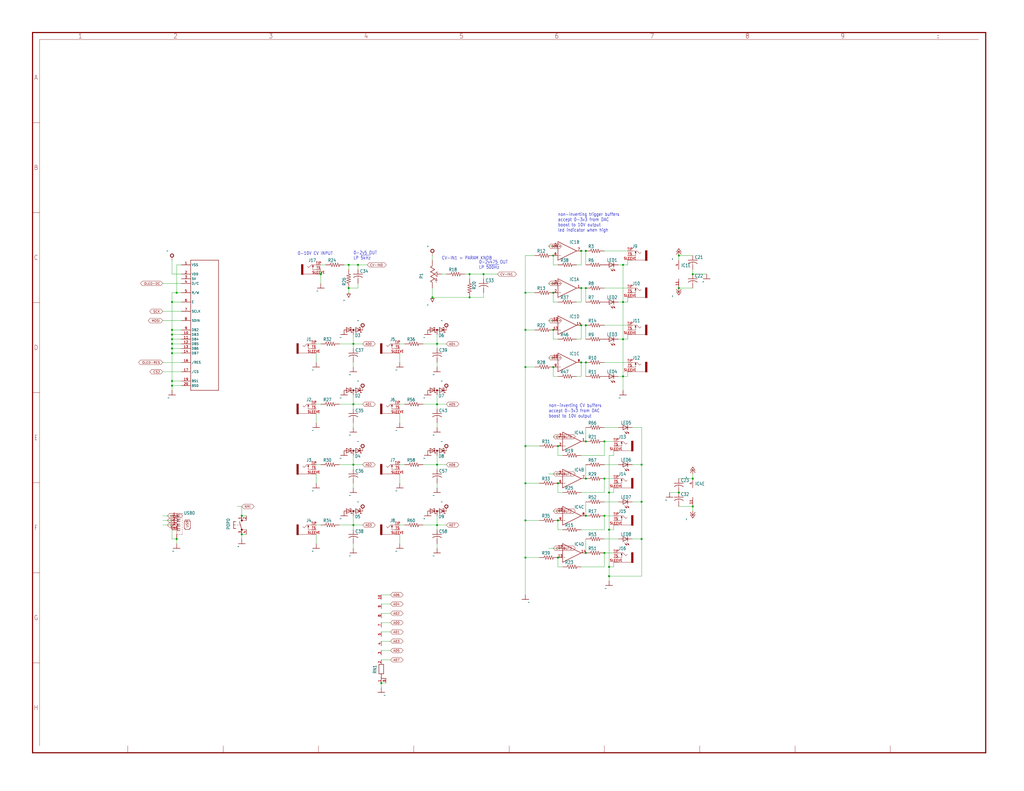
<source format=kicad_sch>
(kicad_sch (version 20211123) (generator eeschema)
  (paper "User" 559.41 432.46)
  (junction (at 208.28 373.38))
  (junction (at 332.74 314.96))
  (junction (at 350.52 294.64))
  (junction (at 332.74 269.24))
  (junction (at 302.26 200.66))
  (junction (at 302.26 180.34))
  (junction (at 330.2 302.26))
  (junction (at 287.02 180.34))
  (junction (at 195.58 144.78))
  (junction (at 190.5 157.48))
  (junction (at 287.02 264.16))
  (junction (at 330.2 261.62))
  (junction (at 378.46 276.86))
  (junction (at 370.84 157.48))
  (junction (at 378.46 261.62))
  (junction (at 370.84 269.24))
  (junction (at 93.98 193.04))
  (junction (at 320.04 281.94))
  (junction (at 238.76 287.02))
  (junction (at 332.74 289.56))
  (junction (at 320.04 137.16))
  (junction (at 320.04 302.26))
  (junction (at 320.04 241.3))
  (junction (at 93.98 165.1))
  (junction (at 287.02 200.66))
  (junction (at 320.04 198.12))
  (junction (at 302.26 139.7))
  (junction (at 264.16 149.86))
  (junction (at 340.36 165.1))
  (junction (at 287.02 304.8))
  (junction (at 193.04 254))
  (junction (at 320.04 177.8))
  (junction (at 304.8 284.48))
  (junction (at 93.98 182.88))
  (junction (at 193.04 220.98))
  (junction (at 350.52 274.32))
  (junction (at 287.02 243.84))
  (junction (at 236.22 162.56))
  (junction (at 190.5 144.78))
  (junction (at 93.98 180.34))
  (junction (at 340.36 144.78))
  (junction (at 132.08 281.94))
  (junction (at 287.02 160.02))
  (junction (at 350.52 254))
  (junction (at 317.5 198.12))
  (junction (at 93.98 210.82))
  (junction (at 175.26 149.86))
  (junction (at 332.74 309.88))
  (junction (at 238.76 187.96))
  (junction (at 330.2 241.3))
  (junction (at 304.8 243.84))
  (junction (at 93.98 208.28))
  (junction (at 93.98 190.5))
  (junction (at 378.46 149.86))
  (junction (at 287.02 284.48))
  (junction (at 96.52 294.64))
  (junction (at 320.04 157.48))
  (junction (at 370.84 139.7))
  (junction (at 193.04 187.96))
  (junction (at 256.54 162.56))
  (junction (at 193.04 287.02))
  (junction (at 340.36 205.74))
  (junction (at 317.5 177.8))
  (junction (at 96.52 160.02))
  (junction (at 330.2 281.94))
  (junction (at 304.8 264.16))
  (junction (at 256.54 149.86))
  (junction (at 132.08 292.1))
  (junction (at 302.26 160.02))
  (junction (at 238.76 254))
  (junction (at 317.5 137.16))
  (junction (at 238.76 220.98))
  (junction (at 304.8 304.8))
  (junction (at 317.5 157.48))
  (junction (at 93.98 185.42))
  (junction (at 93.98 187.96))
  (junction (at 340.36 185.42))
  (junction (at 320.04 261.62))
  (wire (pts (xy 93.98 190.5) (xy 93.98 193.04)))
  (wire (pts (xy 236.22 162.56) (xy 236.22 157.48)))
  (wire (pts (xy 292.1 200.66) (xy 287.02 200.66)))
  (wire (pts (xy 193.04 187.96) (xy 193.04 190.5)))
  (wire (pts (xy 340.36 205.74) (xy 340.36 213.36)))
  (wire (pts (xy 218.44 220.98) (xy 220.98 220.98)))
  (wire (pts (xy 175.26 149.86) (xy 175.26 154.94)))
  (wire (pts (xy 294.64 284.48) (xy 287.02 284.48)))
  (wire (pts (xy 256.54 149.86) (xy 256.54 152.4)))
  (wire (pts (xy 332.74 269.24) (xy 332.74 289.56)))
  (wire (pts (xy 320.04 165.1) (xy 320.04 157.48)))
  (wire (pts (xy 193.04 220.98) (xy 193.04 215.9)))
  (wire (pts (xy 96.52 160.02) (xy 93.98 160.02)))
  (wire (pts (xy 175.26 144.78) (xy 177.8 144.78)))
  (wire (pts (xy 302.26 175.26) (xy 299.72 175.26)))
  (wire (pts (xy 193.04 254) (xy 198.12 254)))
  (wire (pts (xy 99.06 149.86) (xy 93.98 149.86)))
  (wire (pts (xy 287.02 160.02) (xy 287.02 139.7)))
  (wire (pts (xy 172.72 187.96) (xy 175.26 187.96)))
  (wire (pts (xy 330.2 261.62) (xy 335.28 261.62)))
  (wire (pts (xy 304.8 205.74) (xy 302.26 205.74)))
  (wire (pts (xy 287.02 325.12) (xy 287.02 304.8)))
  (wire (pts (xy 93.98 165.1) (xy 93.98 180.34)))
  (wire (pts (xy 330.2 269.24) (xy 330.2 261.62)))
  (wire (pts (xy 185.42 220.98) (xy 193.04 220.98)))
  (wire (pts (xy 93.98 289.56) (xy 93.98 294.64)))
  (wire (pts (xy 218.44 254) (xy 220.98 254)))
  (wire (pts (xy 350.52 314.96) (xy 350.52 294.64)))
  (wire (pts (xy 185.42 187.96) (xy 193.04 187.96)))
  (wire (pts (xy 93.98 187.96) (xy 93.98 190.5)))
  (wire (pts (xy 314.96 144.78) (xy 317.5 144.78)))
  (wire (pts (xy 99.06 170.18) (xy 88.9 170.18)))
  (wire (pts (xy 335.28 289.56) (xy 332.74 289.56)))
  (wire (pts (xy 314.96 205.74) (xy 317.5 205.74)))
  (wire (pts (xy 317.5 309.88) (xy 330.2 309.88)))
  (wire (pts (xy 294.64 264.16) (xy 287.02 264.16)))
  (wire (pts (xy 93.98 182.88) (xy 93.98 185.42)))
  (wire (pts (xy 238.76 287.02) (xy 238.76 281.94)))
  (wire (pts (xy 378.46 149.86) (xy 386.08 149.86)))
  (wire (pts (xy 335.28 248.92) (xy 332.74 248.92)))
  (wire (pts (xy 307.34 248.92) (xy 304.8 248.92)))
  (wire (pts (xy 93.98 287.02) (xy 88.9 287.02)))
  (wire (pts (xy 231.14 187.96) (xy 238.76 187.96)))
  (wire (pts (xy 342.9 162.56) (xy 342.9 165.1)))
  (wire (pts (xy 99.06 190.5) (xy 93.98 190.5)))
  (wire (pts (xy 304.8 289.56) (xy 304.8 284.48)))
  (wire (pts (xy 340.36 144.78) (xy 337.82 144.78)))
  (wire (pts (xy 264.16 152.4) (xy 264.16 149.86)))
  (wire (pts (xy 332.74 309.88) (xy 332.74 314.96)))
  (wire (pts (xy 190.5 157.48) (xy 195.58 157.48)))
  (wire (pts (xy 317.5 185.42) (xy 317.5 177.8)))
  (wire (pts (xy 330.2 241.3) (xy 335.28 241.3)))
  (wire (pts (xy 93.98 281.94) (xy 88.9 281.94)))
  (wire (pts (xy 304.8 259.08) (xy 299.72 259.08)))
  (wire (pts (xy 320.04 274.32) (xy 320.04 281.94)))
  (wire (pts (xy 238.76 187.96) (xy 238.76 190.5)))
  (wire (pts (xy 332.74 289.56) (xy 332.74 309.88)))
  (wire (pts (xy 370.84 269.24) (xy 365.76 269.24)))
  (wire (pts (xy 378.46 157.48) (xy 370.84 157.48)))
  (wire (pts (xy 193.04 187.96) (xy 193.04 182.88)))
  (wire (pts (xy 320.04 294.64) (xy 320.04 302.26)))
  (wire (pts (xy 342.9 198.12) (xy 330.2 198.12)))
  (wire (pts (xy 238.76 187.96) (xy 238.76 182.88)))
  (wire (pts (xy 93.98 294.64) (xy 96.52 294.64)))
  (wire (pts (xy 256.54 162.56) (xy 264.16 162.56)))
  (wire (pts (xy 345.44 274.32) (xy 350.52 274.32)))
  (wire (pts (xy 320.04 254) (xy 320.04 261.62)))
  (wire (pts (xy 264.16 162.56) (xy 264.16 160.02)))
  (wire (pts (xy 190.5 144.78) (xy 195.58 144.78)))
  (wire (pts (xy 256.54 162.56) (xy 236.22 162.56)))
  (wire (pts (xy 302.26 205.74) (xy 302.26 200.66)))
  (wire (pts (xy 287.02 180.34) (xy 287.02 160.02)))
  (wire (pts (xy 330.2 137.16) (xy 342.9 137.16)))
  (wire (pts (xy 172.72 254) (xy 175.26 254)))
  (wire (pts (xy 93.98 185.42) (xy 93.98 187.96)))
  (wire (pts (xy 218.44 292.1) (xy 218.44 297.18)))
  (wire (pts (xy 218.44 187.96) (xy 220.98 187.96)))
  (wire (pts (xy 238.76 266.7) (xy 238.76 264.16)))
  (wire (pts (xy 320.04 198.12) (xy 317.5 198.12)))
  (wire (pts (xy 332.74 309.88) (xy 335.28 309.88)))
  (wire (pts (xy 238.76 187.96) (xy 243.84 187.96)))
  (wire (pts (xy 238.76 287.02) (xy 238.76 289.56)))
  (wire (pts (xy 172.72 292.1) (xy 172.72 297.18)))
  (wire (pts (xy 330.2 289.56) (xy 330.2 281.94)))
  (wire (pts (xy 302.26 195.58) (xy 299.72 195.58)))
  (wire (pts (xy 93.98 210.82) (xy 93.98 213.36)))
  (wire (pts (xy 330.2 233.68) (xy 337.82 233.68)))
  (wire (pts (xy 99.06 187.96) (xy 93.98 187.96)))
  (wire (pts (xy 307.34 289.56) (xy 304.8 289.56)))
  (wire (pts (xy 238.76 220.98) (xy 238.76 215.9)))
  (wire (pts (xy 287.02 200.66) (xy 287.02 180.34)))
  (wire (pts (xy 193.04 200.66) (xy 193.04 198.12)))
  (wire (pts (xy 287.02 243.84) (xy 287.02 200.66)))
  (wire (pts (xy 287.02 139.7) (xy 292.1 139.7)))
  (wire (pts (xy 99.06 160.02) (xy 96.52 160.02)))
  (wire (pts (xy 340.36 185.42) (xy 342.9 185.42)))
  (wire (pts (xy 302.26 165.1) (xy 302.26 160.02)))
  (wire (pts (xy 208.28 350.52) (xy 213.36 350.52)))
  (wire (pts (xy 193.04 220.98) (xy 198.12 220.98)))
  (wire (pts (xy 307.34 269.24) (xy 304.8 269.24)))
  (wire (pts (xy 193.04 287.02) (xy 193.04 289.56)))
  (wire (pts (xy 93.98 149.86) (xy 93.98 142.24)))
  (wire (pts (xy 330.2 254) (xy 337.82 254)))
  (wire (pts (xy 304.8 279.4) (xy 302.26 279.4)))
  (wire (pts (xy 292.1 180.34) (xy 287.02 180.34)))
  (wire (pts (xy 208.28 373.38) (xy 210.82 373.38)))
  (wire (pts (xy 330.2 248.92) (xy 330.2 241.3)))
  (wire (pts (xy 172.72 226.06) (xy 172.72 231.14)))
  (wire (pts (xy 93.98 193.04) (xy 93.98 208.28)))
  (wire (pts (xy 193.04 254) (xy 193.04 256.54)))
  (wire (pts (xy 185.42 254) (xy 193.04 254)))
  (wire (pts (xy 238.76 254) (xy 243.84 254)))
  (wire (pts (xy 195.58 157.48) (xy 195.58 154.94)))
  (wire (pts (xy 193.04 254) (xy 193.04 248.92)))
  (wire (pts (xy 304.8 165.1) (xy 302.26 165.1)))
  (wire (pts (xy 172.72 220.98) (xy 175.26 220.98)))
  (wire (pts (xy 195.58 144.78) (xy 195.58 147.32)))
  (wire (pts (xy 317.5 269.24) (xy 330.2 269.24)))
  (wire (pts (xy 342.9 144.78) (xy 340.36 144.78)))
  (wire (pts (xy 378.46 276.86) (xy 370.84 276.86)))
  (wire (pts (xy 132.08 292.1) (xy 134.62 292.1)))
  (wire (pts (xy 99.06 203.2) (xy 88.9 203.2)))
  (wire (pts (xy 287.02 304.8) (xy 287.02 284.48)))
  (wire (pts (xy 208.28 360.68) (xy 213.36 360.68)))
  (wire (pts (xy 208.28 373.38) (xy 208.28 375.92)))
  (wire (pts (xy 190.5 157.48) (xy 190.5 160.02)))
  (wire (pts (xy 292.1 160.02) (xy 287.02 160.02)))
  (wire (pts (xy 99.06 182.88) (xy 93.98 182.88)))
  (wire (pts (xy 132.08 276.86) (xy 129.54 276.86)))
  (wire (pts (xy 287.02 284.48) (xy 287.02 264.16)))
  (wire (pts (xy 350.52 274.32) (xy 350.52 254)))
  (wire (pts (xy 193.04 187.96) (xy 198.12 187.96)))
  (wire (pts (xy 187.96 144.78) (xy 190.5 144.78)))
  (wire (pts (xy 238.76 220.98) (xy 243.84 220.98)))
  (wire (pts (xy 208.28 335.28) (xy 213.36 335.28)))
  (wire (pts (xy 342.9 157.48) (xy 330.2 157.48)))
  (wire (pts (xy 330.2 281.94) (xy 335.28 281.94)))
  (wire (pts (xy 335.28 287.02) (xy 335.28 289.56)))
  (wire (pts (xy 332.74 269.24) (xy 335.28 269.24)))
  (wire (pts (xy 320.04 233.68) (xy 320.04 241.3)))
  (wire (pts (xy 370.84 139.7) (xy 370.84 142.24)))
  (wire (pts (xy 287.02 264.16) (xy 287.02 243.84)))
  (wire (pts (xy 342.9 182.88) (xy 342.9 185.42)))
  (wire (pts (xy 320.04 185.42) (xy 320.04 177.8)))
  (wire (pts (xy 294.64 243.84) (xy 287.02 243.84)))
  (wire (pts (xy 340.36 205.74) (xy 342.9 205.74)))
  (wire (pts (xy 195.58 144.78) (xy 200.66 144.78)))
  (wire (pts (xy 302.26 134.62) (xy 299.72 134.62)))
  (wire (pts (xy 208.28 355.6) (xy 213.36 355.6)))
  (wire (pts (xy 231.14 287.02) (xy 238.76 287.02)))
  (wire (pts (xy 320.04 157.48) (xy 317.5 157.48)))
  (wire (pts (xy 317.5 177.8) (xy 320.04 177.8)))
  (wire (pts (xy 332.74 314.96) (xy 350.52 314.96)))
  (wire (pts (xy 378.46 261.62) (xy 370.84 261.62)))
  (wire (pts (xy 231.14 220.98) (xy 238.76 220.98)))
  (wire (pts (xy 304.8 309.88) (xy 304.8 304.8)))
  (wire (pts (xy 218.44 287.02) (xy 220.98 287.02)))
  (wire (pts (xy 350.52 254) (xy 345.44 254)))
  (wire (pts (xy 340.36 185.42) (xy 340.36 205.74)))
  (wire (pts (xy 218.44 193.04) (xy 218.44 198.12)))
  (wire (pts (xy 185.42 287.02) (xy 193.04 287.02)))
  (wire (pts (xy 350.52 274.32) (xy 350.52 294.64)))
  (wire (pts (xy 342.9 203.2) (xy 342.9 205.74)))
  (wire (pts (xy 96.52 144.78) (xy 99.06 144.78)))
  (wire (pts (xy 193.04 287.02) (xy 193.04 281.94)))
  (wire (pts (xy 238.76 254) (xy 238.76 256.54)))
  (wire (pts (xy 345.44 233.68) (xy 350.52 233.68)))
  (wire (pts (xy 238.76 220.98) (xy 238.76 223.52)))
  (wire (pts (xy 335.28 266.7) (xy 335.28 269.24)))
  (wire (pts (xy 332.74 248.92) (xy 332.74 269.24)))
  (wire (pts (xy 332.74 314.96) (xy 332.74 317.5)))
  (wire (pts (xy 243.84 149.86) (xy 241.3 149.86)))
  (wire (pts (xy 320.04 137.16) (xy 320.04 144.78)))
  (wire (pts (xy 302.26 185.42) (xy 302.26 180.34)))
  (wire (pts (xy 218.44 259.08) (xy 218.44 264.16)))
  (wire (pts (xy 236.22 139.7) (xy 236.22 142.24)))
  (wire (pts (xy 99.06 180.34) (xy 93.98 180.34)))
  (wire (pts (xy 99.06 165.1) (xy 93.98 165.1)))
  (wire (pts (xy 238.76 200.66) (xy 238.76 198.12)))
  (wire (pts (xy 330.2 274.32) (xy 337.82 274.32)))
  (wire (pts (xy 330.2 177.8) (xy 342.9 177.8)))
  (wire (pts (xy 93.98 208.28) (xy 93.98 210.82)))
  (wire (pts (xy 193.04 299.72) (xy 193.04 297.18)))
  (wire (pts (xy 208.28 345.44) (xy 213.36 345.44)))
  (wire (pts (xy 317.5 205.74) (xy 317.5 198.12)))
  (wire (pts (xy 330.2 309.88) (xy 330.2 302.26)))
  (wire (pts (xy 193.04 233.68) (xy 193.04 231.14)))
  (wire (pts (xy 175.26 147.32) (xy 175.26 149.86)))
  (wire (pts (xy 307.34 309.88) (xy 304.8 309.88)))
  (wire (pts (xy 99.06 154.94) (xy 88.9 154.94)))
  (wire (pts (xy 99.06 198.12) (xy 88.9 198.12)))
  (wire (pts (xy 370.84 139.7) (xy 378.46 139.7)))
  (wire (pts (xy 294.64 304.8) (xy 287.02 304.8)))
  (wire (pts (xy 99.06 193.04) (xy 93.98 193.04)))
  (wire (pts (xy 208.28 330.2) (xy 213.36 330.2)))
  (wire (pts (xy 320.04 198.12) (xy 320.04 205.74)))
  (wire (pts (xy 172.72 287.02) (xy 175.26 287.02)))
  (wire (pts (xy 208.28 325.12) (xy 213.36 325.12)))
  (wire (pts (xy 264.16 149.86) (xy 271.78 149.86)))
  (wire (pts (xy 238.76 299.72) (xy 238.76 297.18)))
  (wire (pts (xy 342.9 142.24) (xy 342.9 144.78)))
  (wire (pts (xy 350.52 294.64) (xy 345.44 294.64)))
  (wire (pts (xy 304.8 144.78) (xy 302.26 144.78)))
  (wire (pts (xy 340.36 165.1) (xy 340.36 185.42)))
  (wire (pts (xy 317.5 144.78) (xy 317.5 137.16)))
  (wire (pts (xy 340.36 144.78) (xy 340.36 165.1)))
  (wire (pts (xy 378.46 279.4) (xy 378.46 276.86)))
  (wire (pts (xy 337.82 185.42) (xy 340.36 185.42)))
  (wire (pts (xy 320.04 137.16) (xy 317.5 137.16)))
  (wire (pts (xy 99.06 208.28) (xy 93.98 208.28)))
  (wire (pts (xy 238.76 254) (xy 238.76 248.92)))
  (wire (pts (xy 96.52 297.18) (xy 96.52 294.64)))
  (wire (pts (xy 335.28 246.38) (xy 335.28 248.92)))
  (wire (pts (xy 335.28 307.34) (xy 335.28 309.88)))
  (wire (pts (xy 238.76 287.02) (xy 243.84 287.02)))
  (wire (pts (xy 93.98 284.48) (xy 88.9 284.48)))
  (wire (pts (xy 304.8 269.24) (xy 304.8 264.16)))
  (wire (pts (xy 218.44 226.06) (xy 218.44 231.14)))
  (wire (pts (xy 340.36 165.1) (xy 342.9 165.1)))
  (wire (pts (xy 238.76 233.68) (xy 238.76 231.14)))
  (wire (pts (xy 99.06 210.82) (xy 93.98 210.82)))
  (wire (pts (xy 193.04 287.02) (xy 198.12 287.02)))
  (wire (pts (xy 93.98 160.02) (xy 93.98 165.1)))
  (wire (pts (xy 193.04 220.98) (xy 193.04 223.52)))
  (wire (pts (xy 317.5 289.56) (xy 330.2 289.56)))
  (wire (pts (xy 132.08 281.94) (xy 132.08 276.86)))
  (wire (pts (xy 337.82 165.1) (xy 340.36 165.1)))
  (wire (pts (xy 378.46 259.08) (xy 378.46 261.62)))
  (wire (pts (xy 256.54 149.86) (xy 264.16 149.86)))
  (wire (pts (xy 350.52 233.68) (xy 350.52 254)))
  (wire (pts (xy 99.06 175.26) (xy 88.9 175.26)))
  (wire (pts (xy 330.2 302.26) (xy 335.28 302.26)))
  (wire (pts (xy 304.8 238.76) (xy 302.26 238.76)))
  (wire (pts (xy 304.8 185.42) (xy 302.26 185.42)))
  (wire (pts (xy 99.06 185.42) (xy 93.98 185.42)))
  (wire (pts (xy 208.28 340.36) (xy 213.36 340.36)))
  (wire (pts (xy 96.52 160.02) (xy 96.52 144.78)))
  (wire (pts (xy 314.96 165.1) (xy 317.5 165.1)))
  (wire (pts (xy 193.04 266.7) (xy 193.04 264.16)))
  (wire (pts (xy 317.5 165.1) (xy 317.5 157.48)))
  (wire (pts (xy 172.72 259.08) (xy 172.72 264.16)))
  (wire (pts (xy 337.82 205.74) (xy 340.36 205.74)))
  (wire (pts (xy 304.8 299.72) (xy 299.72 299.72)))
  (wire (pts (xy 317.5 248.92) (xy 330.2 248.92)))
  (wire (pts (xy 314.96 185.42) (xy 317.5 185.42)))
  (wire (pts (xy 302.26 154.94) (xy 299.72 154.94)))
  (wire (pts (xy 132.08 281.94) (xy 134.62 281.94)))
  (wire (pts (xy 93.98 180.34) (xy 93.98 182.88)))
  (wire (pts (xy 172.72 193.04) (xy 172.72 198.12)))
  (wire (pts (xy 231.14 254) (xy 238.76 254)))
  (wire (pts (xy 254 149.86) (xy 256.54 149.86)))
  (wire (pts (xy 190.5 144.78) (xy 190.5 147.32)))
  (wire (pts (xy 378.46 147.32) (xy 378.46 149.86)))
  (wire (pts (xy 330.2 294.64) (xy 337.82 294.64)))
  (wire (pts (xy 304.8 248.92) (xy 304.8 243.84)))
  (wire (pts (xy 132.08 292.1) (xy 132.08 294.64)))
  (wire (pts (xy 302.26 144.78) (xy 302.26 139.7)))
  (text "non-inverting CV buffers\naccept 0-3v3 from DAC\nboost to 10V output" (at 299.72 228.6 180) (effects (font (size 1.778 1.5113)) (justify left bottom)))
  (text "CV-IN1 = PARAM KNOB" (at 241.3 142.24 180) (effects (font (size 1.778 1.5113)) (justify left bottom)))
  (text "non-inverting trigger buffers\naccept 0-3v3 from DAC\nboost to 10V output\nled indicator when high" (at 304.8 127 180) (effects (font (size 1.778 1.5113)) (justify left bottom)))
  (text "0-10V CV INPUT" (at 162.56 139.7 180) (effects (font (size 1.778 1.5113)) (justify left bottom)))
  (text "0-2v475 OUT\nLP ~{500Hz}" (at 261.62 147.32 180) (effects (font (size 1.778 1.5113)) (justify left bottom)))
  (text "0-2v5 OUT\nLP ~{5kHz}" (at 193.04 142.24 180) (effects (font (size 1.778 1.5113)) (justify left bottom)))
  (global_label "B10" (shape bidirectional) (at 299.72 175.26 0) (effects (font (size 1.2446 1.2446))) (property "Intersheet References" "${INTERSHEET_REFS}" (effects hide)))
  (global_label "A00" (shape bidirectional) (at 198.12 187.96 0) (effects (font (size 1.2446 1.2446))) (property "Intersheet References" "${INTERSHEET_REFS}" (effects hide)))
  (global_label "DP" (shape bidirectional) (at 91.44 287.02 0) (effects (font (size 1.2446 1.2446))) (property "Intersheet References" "${INTERSHEET_REFS}" (effects hide)))
  (global_label "A06" (shape bidirectional) (at 213.36 325.12 0) (effects (font (size 1.2446 1.2446))) (property "Intersheet References" "${INTERSHEET_REFS}" (effects hide)))
  (global_label "A05" (shape bidirectional) (at 213.36 355.6 0) (effects (font (size 1.2446 1.2446))) (property "Intersheet References" "${INTERSHEET_REFS}" (effects hide)))
  (global_label "A04" (shape bidirectional) (at 243.84 187.96 0) (effects (font (size 1.2446 1.2446))) (property "Intersheet References" "${INTERSHEET_REFS}" (effects hide)))
  (global_label "A07" (shape bidirectional) (at 213.36 360.68 0) (effects (font (size 1.2446 1.2446))) (property "Intersheet References" "${INTERSHEET_REFS}" (effects hide)))
  (global_label "A06" (shape bidirectional) (at 243.84 254 0) (effects (font (size 1.2446 1.2446))) (property "Intersheet References" "${INTERSHEET_REFS}" (effects hide)))
  (global_label "NMI" (shape bidirectional) (at 132.08 276.86 0) (effects (font (size 1.2446 1.2446))) (property "Intersheet References" "${INTERSHEET_REFS}" (effects hide)))
  (global_label "CV-IN1" (shape bidirectional) (at 271.78 149.86 0) (effects (font (size 1.2446 1.2446))) (property "Intersheet References" "${INTERSHEET_REFS}" (effects hide)))
  (global_label "A03" (shape bidirectional) (at 198.12 287.02 0) (effects (font (size 1.2446 1.2446))) (property "Intersheet References" "${INTERSHEET_REFS}" (effects hide)))
  (global_label "A02" (shape bidirectional) (at 213.36 335.28 0) (effects (font (size 1.2446 1.2446))) (property "Intersheet References" "${INTERSHEET_REFS}" (effects hide)))
  (global_label "A04" (shape bidirectional) (at 213.36 330.2 0) (effects (font (size 1.2446 1.2446))) (property "Intersheet References" "${INTERSHEET_REFS}" (effects hide)))
  (global_label "OLED-DC" (shape bidirectional) (at 88.9 154.94 180) (effects (font (size 1.2446 1.2446))) (property "Intersheet References" "${INTERSHEET_REFS}" (effects hide)))
  (global_label "CV-OUT2" (shape bidirectional) (at 302.26 279.4 0) (effects (font (size 1.2446 1.2446))) (property "Intersheet References" "${INTERSHEET_REFS}" (effects hide)))
  (global_label "MOSI" (shape bidirectional) (at 88.9 175.26 180) (effects (font (size 1.2446 1.2446))) (property "Intersheet References" "${INTERSHEET_REFS}" (effects hide)))
  (global_label "A03" (shape bidirectional) (at 213.36 350.52 0) (effects (font (size 1.2446 1.2446))) (property "Intersheet References" "${INTERSHEET_REFS}" (effects hide)))
  (global_label "A07" (shape bidirectional) (at 243.84 287.02 0) (effects (font (size 1.2446 1.2446))) (property "Intersheet References" "${INTERSHEET_REFS}" (effects hide)))
  (global_label "B08" (shape bidirectional) (at 299.72 134.62 0) (effects (font (size 1.2446 1.2446))) (property "Intersheet References" "${INTERSHEET_REFS}" (effects hide)))
  (global_label "SCK" (shape bidirectional) (at 88.9 170.18 180) (effects (font (size 1.2446 1.2446))) (property "Intersheet References" "${INTERSHEET_REFS}" (effects hide)))
  (global_label "CV-OUT0" (shape bidirectional) (at 302.26 238.76 0) (effects (font (size 1.2446 1.2446))) (property "Intersheet References" "${INTERSHEET_REFS}" (effects hide)))
  (global_label "B11" (shape bidirectional) (at 299.72 195.58 0) (effects (font (size 1.2446 1.2446))) (property "Intersheet References" "${INTERSHEET_REFS}" (effects hide)))
  (global_label "A01" (shape bidirectional) (at 198.12 220.98 0) (effects (font (size 1.2446 1.2446))) (property "Intersheet References" "${INTERSHEET_REFS}" (effects hide)))
  (global_label "A01" (shape bidirectional) (at 213.36 345.44 0) (effects (font (size 1.2446 1.2446))) (property "Intersheet References" "${INTERSHEET_REFS}" (effects hide)))
  (global_label "CV-IN0" (shape bidirectional) (at 200.66 144.78 0) (effects (font (size 1.2446 1.2446))) (property "Intersheet References" "${INTERSHEET_REFS}" (effects hide)))
  (global_label "CV-OUT1" (shape bidirectional) (at 302.26 259.08 0) (effects (font (size 1.2446 1.2446))) (property "Intersheet References" "${INTERSHEET_REFS}" (effects hide)))
  (global_label "B09" (shape bidirectional) (at 299.72 154.94 0) (effects (font (size 1.2446 1.2446))) (property "Intersheet References" "${INTERSHEET_REFS}" (effects hide)))
  (global_label "CS2" (shape bidirectional) (at 88.9 203.2 180) (effects (font (size 1.2446 1.2446))) (property "Intersheet References" "${INTERSHEET_REFS}" (effects hide)))
  (global_label "DM" (shape bidirectional) (at 91.44 284.48 0) (effects (font (size 1.2446 1.2446))) (property "Intersheet References" "${INTERSHEET_REFS}" (effects hide)))
  (global_label "CV-OUT3" (shape bidirectional) (at 302.26 299.72 0) (effects (font (size 1.2446 1.2446))) (property "Intersheet References" "${INTERSHEET_REFS}" (effects hide)))
  (global_label "A00" (shape bidirectional) (at 213.36 340.36 0) (effects (font (size 1.2446 1.2446))) (property "Intersheet References" "${INTERSHEET_REFS}" (effects hide)))
  (global_label "VBUS" (shape bidirectional) (at 91.44 281.94 0) (effects (font (size 1.2446 1.2446))) (property "Intersheet References" "${INTERSHEET_REFS}" (effects hide)))
  (global_label "OLED-RES" (shape bidirectional) (at 88.9 198.12 180) (effects (font (size 1.2446 1.2446))) (property "Intersheet References" "${INTERSHEET_REFS}" (effects hide)))
  (global_label "A02" (shape bidirectional) (at 198.12 254 0) (effects (font (size 1.2446 1.2446))) (property "Intersheet References" "${INTERSHEET_REFS}" (effects hide)))
  (global_label "A05" (shape bidirectional) (at 243.84 220.98 0) (effects (font (size 1.2446 1.2446))) (property "Intersheet References" "${INTERSHEET_REFS}" (effects hide)))
  (symbol (lib_id "teletype-180824-no-slots-eagle-import:R-US_R0402") (at 182.88 144.78 0) (unit 1)
    (property "Reference" "R24" (at 179.07 143.2814 0) (effects (font (size 1.778 1.5113)) (justify left bottom)))
  )
  (symbol (lib_id "teletype-180824-no-slots-eagle-import:GND") (at 218.44 266.7 0) (unit 1)
    (property "Reference" "#GND43" (effects hide))
  )
  (symbol (lib_id "teletype-180824-no-slots-eagle-import:C-USC0402") (at 238.76 292.1 0) (unit 1)
    (property "Reference" "C58" (at 239.776 291.465 0) (effects (font (size 1.778 1.5113)) (justify left bottom)))
  )
  (symbol (lib_id "teletype-180824-no-slots-eagle-import:GND") (at 187.96 248.92 0) (unit 1)
    (property "Reference" "#GND31" (effects hide))
  )
  (symbol (lib_id "teletype-180824-no-slots-eagle-import:WQP-PJ301M-12_JACK") (at 167.64 289.56 0) (mirror y) (unit 1)
    (property "Reference" "J4" (at 170.18 285.496 0) (effects (font (size 1.778 1.5113)) (justify left bottom)))
  )
  (symbol (lib_id "teletype-180824-no-slots-eagle-import:GND") (at 238.76 236.22 0) (unit 1)
    (property "Reference" "#GND41" (effects hide))
  )
  (symbol (lib_id "teletype-180824-no-slots-eagle-import:R-US_R0402") (at 180.34 287.02 0) (unit 1)
    (property "Reference" "R34" (at 176.53 285.5214 0) (effects (font (size 1.778 1.5113)) (justify left bottom)))
  )
  (symbol (lib_id "teletype-180824-no-slots-eagle-import:WQP-PJ301M-12_JACK") (at 213.36 223.52 0) (mirror y) (unit 1)
    (property "Reference" "J6" (at 215.9 219.456 0) (effects (font (size 1.778 1.5113)) (justify left bottom)))
  )
  (symbol (lib_id "teletype-180824-no-slots-eagle-import:R-US_R0402") (at 312.42 248.92 0) (unit 1)
    (property "Reference" "R19" (at 308.61 247.4214 0) (effects (font (size 1.778 1.5113)) (justify left bottom)))
  )
  (symbol (lib_id "teletype-180824-no-slots-eagle-import:POT_USVERTICAL") (at 236.22 149.86 0) (unit 1)
    (property "Reference" "P1" (at 231.14 152.4 90) (effects (font (size 1.778 1.5113)) (justify left bottom)))
  )
  (symbol (lib_id "teletype-180824-no-slots-eagle-import:C-USC0402") (at 195.58 149.86 0) (unit 1)
    (property "Reference" "C34" (at 196.596 149.225 0) (effects (font (size 1.778 1.5113)) (justify left bottom)))
  )
  (symbol (lib_id "teletype-180824-no-slots-eagle-import:C-USC0402") (at 370.84 271.78 0) (unit 1)
    (property "Reference" "C32" (at 371.856 271.145 0) (effects (font (size 1.778 1.5113)) (justify left bottom)))
  )
  (symbol (lib_id "teletype-180824-no-slots-eagle-import:R-US_R0402") (at 325.12 281.94 0) (unit 1)
    (property "Reference" "R17" (at 321.31 280.4414 0) (effects (font (size 1.778 1.5113)) (justify left bottom)))
  )
  (symbol (lib_id "teletype-180824-no-slots-eagle-import:R-US_R0402") (at 297.18 160.02 0) (unit 1)
    (property "Reference" "R13" (at 293.37 158.5214 0) (effects (font (size 1.778 1.5113)) (justify left bottom)))
  )
  (symbol (lib_id "teletype-180824-no-slots-eagle-import:LEDCHIP-LED0805") (at 332.74 144.78 90) (unit 1)
    (property "Reference" "LED1" (at 337.312 141.224 90) (effects (font (size 1.778 1.5113)) (justify left bottom)))
  )
  (symbol (lib_id "teletype-180824-no-slots-eagle-import:BAS70-04") (at 238.76 213.36 0) (mirror x) (unit 1)
    (property "Reference" "D7" (at 239.522 215.3666 0) (effects (font (size 1.778 1.5113)) (justify left bottom)))
  )
  (symbol (lib_id "teletype-180824-no-slots-eagle-import:C-USC0402") (at 193.04 292.1 0) (unit 1)
    (property "Reference" "C38" (at 194.056 291.465 0) (effects (font (size 1.778 1.5113)) (justify left bottom)))
  )
  (symbol (lib_id "teletype-180824-no-slots-eagle-import:R-US_R0402") (at 309.88 165.1 0) (unit 1)
    (property "Reference" "R37" (at 306.07 163.6014 0) (effects (font (size 1.778 1.5113)) (justify left bottom)))
  )
  (symbol (lib_id "teletype-180824-no-slots-eagle-import:LEDCHIP-LED0805") (at 332.74 165.1 90) (unit 1)
    (property "Reference" "LED2" (at 337.312 161.544 90) (effects (font (size 1.778 1.5113)) (justify left bottom)))
  )
  (symbol (lib_id "teletype-180824-no-slots-eagle-import:R-US_R0402") (at 325.12 157.48 0) (unit 1)
    (property "Reference" "R8" (at 321.31 155.9814 0) (effects (font (size 1.778 1.5113)) (justify left bottom)))
  )
  (symbol (lib_id "teletype-180824-no-slots-eagle-import:+3V3") (at 93.98 139.7 0) (unit 1)
    (property "Reference" "#V9" (effects hide))
  )
  (symbol (lib_id "teletype-180824-no-slots-eagle-import:C-USC0402") (at 238.76 193.04 0) (unit 1)
    (property "Reference" "C39" (at 239.776 192.405 0) (effects (font (size 1.778 1.5113)) (justify left bottom)))
  )
  (symbol (lib_id "teletype-180824-no-slots-eagle-import:R-US_R0402") (at 226.06 254 0) (unit 1)
    (property "Reference" "R58" (at 222.25 252.5014 0) (effects (font (size 1.778 1.5113)) (justify left bottom)))
  )
  (symbol (lib_id "teletype-180824-no-slots-eagle-import:R-US_R0402") (at 325.12 302.26 0) (unit 1)
    (property "Reference" "R51" (at 321.31 300.7614 0) (effects (font (size 1.778 1.5113)) (justify left bottom)))
  )
  (symbol (lib_id "teletype-180824-no-slots-eagle-import:R-US_R0402") (at 180.34 187.96 0) (unit 1)
    (property "Reference" "R32" (at 176.53 186.4614 0) (effects (font (size 1.778 1.5113)) (justify left bottom)))
  )
  (symbol (lib_id "teletype-180824-no-slots-eagle-import:R-US_R0402") (at 325.12 137.16 0) (unit 1)
    (property "Reference" "R3" (at 321.31 135.6614 0) (effects (font (size 1.778 1.5113)) (justify left bottom)))
  )
  (symbol (lib_id "teletype-180824-no-slots-eagle-import:GND") (at 172.72 266.7 0) (unit 1)
    (property "Reference" "#GND29" (effects hide))
  )
  (symbol (lib_id "teletype-180824-no-slots-eagle-import:LETTER-SCALE-50") (at 17.78 411.48 0) (unit 1)
    (property "Reference" "#FRAME2" (effects hide))
  )
  (symbol (lib_id "teletype-180824-no-slots-eagle-import:+12V") (at 378.46 256.54 0) (unit 1)
    (property "Reference" "#P+4" (effects hide))
  )
  (symbol (lib_id "teletype-180824-no-slots-eagle-import:OLED128X64") (at 127 167.64 0) (unit 1)
    (property "Reference" "U$1" (effects hide))
  )
  (symbol (lib_id "teletype-180824-no-slots-eagle-import:AD8644R") (at 370.84 149.86 0) (unit 5)
    (property "Reference" "IC1" (at 372.11 146.05 0) (effects (font (size 1.778 1.5113)) (justify left bottom)))
  )
  (symbol (lib_id "teletype-180824-no-slots-eagle-import:C-USC0402") (at 264.16 154.94 0) (unit 1)
    (property "Reference" "C33" (at 265.176 154.305 0) (effects (font (size 1.778 1.5113)) (justify left bottom)))
  )
  (symbol (lib_id "teletype-180824-no-slots-eagle-import:AD8644R") (at 378.46 269.24 0) (unit 5)
    (property "Reference" "IC4" (at 379.73 265.43 0) (effects (font (size 1.778 1.5113)) (justify left bottom)))
  )
  (symbol (lib_id "teletype-180824-no-slots-eagle-import:GND") (at 233.68 215.9 0) (unit 1)
    (property "Reference" "#GND42" (effects hide))
  )
  (symbol (lib_id "teletype-180824-no-slots-eagle-import:AD8644R") (at 309.88 241.3 0) (unit 1)
    (property "Reference" "IC4" (at 313.69 237.49 0) (effects (font (size 1.778 1.5113)) (justify left bottom)))
  )
  (symbol (lib_id "teletype-180824-no-slots-eagle-import:AD8644R") (at 309.88 261.62 0) (unit 2)
    (property "Reference" "IC4" (at 313.69 257.81 0) (effects (font (size 1.778 1.5113)) (justify left bottom)))
  )
  (symbol (lib_id "teletype-180824-no-slots-eagle-import:GND") (at 238.76 269.24 0) (unit 1)
    (property "Reference" "#GND44" (effects hide))
  )
  (symbol (lib_id "teletype-180824-no-slots-eagle-import:R-US_R0402") (at 299.72 284.48 0) (unit 1)
    (property "Reference" "R35" (at 295.91 282.9814 0) (effects (font (size 1.778 1.5113)) (justify left bottom)))
  )
  (symbol (lib_id "teletype-180824-no-slots-eagle-import:GND") (at 365.76 271.78 0) (unit 1)
    (property "Reference" "#GND18" (effects hide))
  )
  (symbol (lib_id "teletype-180824-no-slots-eagle-import:R-US_R0402") (at 248.92 149.86 0) (unit 1)
    (property "Reference" "R18" (at 245.11 148.3614 0) (effects (font (size 1.778 1.5113)) (justify left bottom)))
  )
  (symbol (lib_id "teletype-180824-no-slots-eagle-import:R-US_R0402") (at 325.12 254 0) (unit 1)
    (property "Reference" "R67" (at 321.31 252.5014 0) (effects (font (size 1.778 1.5113)) (justify left bottom)))
  )
  (symbol (lib_id "teletype-180824-no-slots-eagle-import:GND") (at 386.08 152.4 0) (unit 1)
    (property "Reference" "#GND17" (effects hide))
  )
  (symbol (lib_id "teletype-180824-no-slots-eagle-import:GND") (at 193.04 236.22 0) (unit 1)
    (property "Reference" "#GND23" (effects hide))
  )
  (symbol (lib_id "teletype-180824-no-slots-eagle-import:GND") (at 187.96 281.94 0) (unit 1)
    (property "Reference" "#GND36" (effects hide))
  )
  (symbol (lib_id "teletype-180824-no-slots-eagle-import:AD8644R") (at 307.34 137.16 0) (unit 2)
    (property "Reference" "IC1" (at 311.15 133.35 0) (effects (font (size 1.778 1.5113)) (justify left bottom)))
  )
  (symbol (lib_id "teletype-180824-no-slots-eagle-import:C-USC0402") (at 238.76 259.08 0) (unit 1)
    (property "Reference" "C57" (at 239.776 258.445 0) (effects (font (size 1.778 1.5113)) (justify left bottom)))
  )
  (symbol (lib_id "teletype-180824-no-slots-eagle-import:-12V") (at 378.46 281.94 0) (unit 1)
    (property "Reference" "#P-3" (effects hide))
  )
  (symbol (lib_id "teletype-180824-no-slots-eagle-import:C-USC0402") (at 370.84 264.16 0) (unit 1)
    (property "Reference" "C23" (at 371.856 263.525 0) (effects (font (size 1.778 1.5113)) (justify left bottom)))
  )
  (symbol (lib_id "teletype-180824-no-slots-eagle-import:GND") (at 340.36 215.9 0) (unit 1)
    (property "Reference" "#GND19" (effects hide))
  )
  (symbol (lib_id "teletype-180824-no-slots-eagle-import:LEDCHIP-LED0805") (at 340.36 274.32 90) (unit 1)
    (property "Reference" "LED7" (at 344.932 270.764 90) (effects (font (size 1.778 1.5113)) (justify left bottom)))
  )
  (symbol (lib_id "teletype-180824-no-slots-eagle-import:SWITCH-OMRON_10-XX") (at 132.08 287.02 0) (unit 1)
    (property "Reference" "POP0" (at 125.73 289.56 90) (effects (font (size 1.778 1.5113)) (justify left bottom)))
  )
  (symbol (lib_id "teletype-180824-no-slots-eagle-import:BAS70-04") (at 193.04 279.4 0) (mirror x) (unit 1)
    (property "Reference" "D5" (at 193.802 281.4066 0) (effects (font (size 1.778 1.5113)) (justify left bottom)))
  )
  (symbol (lib_id "teletype-180824-no-slots-eagle-import:R-US_R0402") (at 299.72 304.8 0) (unit 1)
    (property "Reference" "R39" (at 295.91 303.3014 0) (effects (font (size 1.778 1.5113)) (justify left bottom)))
  )
  (symbol (lib_id "teletype-180824-no-slots-eagle-import:R-US_R0402") (at 226.06 287.02 0) (unit 1)
    (property "Reference" "R60" (at 222.25 285.5214 0) (effects (font (size 1.778 1.5113)) (justify left bottom)))
  )
  (symbol (lib_id "teletype-180824-no-slots-eagle-import:GND") (at 238.76 302.26 0) (unit 1)
    (property "Reference" "#GND47" (effects hide))
  )
  (symbol (lib_id "teletype-180824-no-slots-eagle-import:GND") (at 208.28 378.46 0) (mirror y) (unit 1)
    (property "Reference" "#GND16" (effects hide))
  )
  (symbol (lib_id "teletype-180824-no-slots-eagle-import:R-US_R0402") (at 309.88 185.42 0) (unit 1)
    (property "Reference" "R46" (at 306.07 183.9214 0) (effects (font (size 1.778 1.5113)) (justify left bottom)))
  )
  (symbol (lib_id "teletype-180824-no-slots-eagle-import:GND") (at 193.04 203.2 0) (unit 1)
    (property "Reference" "#GND28" (effects hide))
  )
  (symbol (lib_id "teletype-180824-no-slots-eagle-import:GND") (at 287.02 327.66 0) (mirror y) (unit 1)
    (property "Reference" "#GND49" (effects hide))
  )
  (symbol (lib_id "teletype-180824-no-slots-eagle-import:R-US_R0402") (at 299.72 264.16 0) (unit 1)
    (property "Reference" "R33" (at 295.91 262.6614 0) (effects (font (size 1.778 1.5113)) (justify left bottom)))
  )
  (symbol (lib_id "teletype-180824-no-slots-eagle-import:BAS70-04") (at 238.76 180.34 0) (mirror x) (unit 1)
    (property "Reference" "D6" (at 239.522 182.3466 0) (effects (font (size 1.778 1.5113)) (justify left bottom)))
  )
  (symbol (lib_id "teletype-180824-no-slots-eagle-import:C-USC0402") (at 378.46 152.4 0) (unit 1)
    (property "Reference" "C22" (at 379.476 151.765 0) (effects (font (size 1.778 1.5113)) (justify left bottom)))
  )
  (symbol (lib_id "teletype-180824-no-slots-eagle-import:GND") (at 233.68 248.92 0) (unit 1)
    (property "Reference" "#GND45" (effects hide))
  )
  (symbol (lib_id "teletype-180824-no-slots-eagle-import:R-US_R0402") (at 312.42 289.56 0) (unit 1)
    (property "Reference" "R15" (at 308.61 288.0614 0) (effects (font (size 1.778 1.5113)) (justify left bottom)))
  )
  (symbol (lib_id "teletype-180824-no-slots-eagle-import:R-US_R0402") (at 325.12 185.42 0) (unit 1)
    (property "Reference" "R9" (at 321.31 183.9214 0) (effects (font (size 1.778 1.5113)) (justify left bottom)))
  )
  (symbol (lib_id "teletype-180824-no-slots-eagle-import:R-US_R0402") (at 180.34 254 0) (unit 1)
    (property "Reference" "R30" (at 176.53 252.5014 0) (effects (font (size 1.778 1.5113)) (justify left bottom)))
  )
  (symbol (lib_id "teletype-180824-no-slots-eagle-import:LEDCHIP-LED0805") (at 332.74 185.42 90) (unit 1)
    (property "Reference" "LED3" (at 337.312 181.864 90) (effects (font (size 1.778 1.5113)) (justify left bottom)))
  )
  (symbol (lib_id "teletype-180824-no-slots-eagle-import:+3V3") (at 198.12 177.8 0) (unit 1)
    (property "Reference" "#V33" (effects hide))
  )
  (symbol (lib_id "teletype-180824-no-slots-eagle-import:R-US_R0402") (at 325.12 233.68 0) (unit 1)
    (property "Reference" "R66" (at 321.31 232.1814 0) (effects (font (size 1.778 1.5113)) (justify left bottom)))
  )
  (symbol (lib_id "teletype-180824-no-slots-eagle-import:C-USC0402") (at 193.04 259.08 0) (unit 1)
    (property "Reference" "C36" (at 194.056 258.445 0) (effects (font (size 1.778 1.5113)) (justify left bottom)))
  )
  (symbol (lib_id "teletype-180824-no-slots-eagle-import:R-US_R0402") (at 325.12 294.64 0) (unit 1)
    (property "Reference" "R53" (at 321.31 293.1414 0) (effects (font (size 1.778 1.5113)) (justify left bottom)))
  )
  (symbol (lib_id "teletype-180824-no-slots-eagle-import:R-US_R0402") (at 297.18 139.7 0) (unit 1)
    (property "Reference" "R12" (at 293.37 138.2014 0) (effects (font (size 1.778 1.5113)) (justify left bottom)))
  )
  (symbol (lib_id "teletype-180824-no-slots-eagle-import:BAS70-04") (at 193.04 213.36 0) (mirror x) (unit 1)
    (property "Reference" "D2" (at 193.802 215.3666 0) (effects (font (size 1.778 1.5113)) (justify left bottom)))
  )
  (symbol (lib_id "teletype-180824-no-slots-eagle-import:+3V3") (at 198.12 210.82 0) (unit 1)
    (property "Reference" "#V18" (effects hide))
  )
  (symbol (lib_id "teletype-180824-no-slots-eagle-import:R-US_R0402") (at 226.06 187.96 0) (unit 1)
    (property "Reference" "R36" (at 222.25 186.4614 0) (effects (font (size 1.778 1.5113)) (justify left bottom)))
  )
  (symbol (lib_id "teletype-180824-no-slots-eagle-import:+3V3") (at 243.84 210.82 0) (unit 1)
    (property "Reference" "#V20" (effects hide))
  )
  (symbol (lib_id "teletype-180824-no-slots-eagle-import:GND") (at 93.98 215.9 0) (unit 1)
    (property "Reference" "#GND50" (effects hide))
  )
  (symbol (lib_id "teletype-180824-no-slots-eagle-import:WQP-PJ301M-12_JACK") (at 347.98 160.02 0) (unit 1)
    (property "Reference" "J10" (at 345.44 155.956 0) (effects (font (size 1.778 1.5113)) (justify left bottom)))
  )
  (symbol (lib_id "teletype-180824-no-slots-eagle-import:GND") (at 218.44 200.66 0) (unit 1)
    (property "Reference" "#GND37" (effects hide))
  )
  (symbol (lib_id "teletype-180824-no-slots-eagle-import:GND") (at 233.68 182.88 0) (unit 1)
    (property "Reference" "#GND39" (effects hide))
  )
  (symbol (lib_id "teletype-180824-no-slots-eagle-import:AD8644R") (at 309.88 281.94 0) (unit 3)
    (property "Reference" "IC4" (at 313.69 278.13 0) (effects (font (size 1.778 1.5113)) (justify left bottom)))
  )
  (symbol (lib_id "teletype-180824-no-slots-eagle-import:LEDCHIP-LED0805") (at 332.74 205.74 90) (unit 1)
    (property "Reference" "LED4" (at 337.312 202.184 90) (effects (font (size 1.778 1.5113)) (justify left bottom)))
  )
  (symbol (lib_id "teletype-180824-no-slots-eagle-import:BAS70-04") (at 238.76 279.4 0) (mirror x) (unit 1)
    (property "Reference" "D9" (at 239.522 281.4066 0) (effects (font (size 1.778 1.5113)) (justify left bottom)))
  )
  (symbol (lib_id "teletype-180824-no-slots-eagle-import:RESNET08") (at 208.28 360.68 90) (unit 1)
    (property "Reference" "RN1" (at 205.74 368.3 0) (effects (font (size 1.778 1.5113)) (justify left bottom)))
  )
  (symbol (lib_id "teletype-180824-no-slots-eagle-import:SHAPES_PONY_MOLEX-USB-VERT") (at 99.06 287.02 0) (unit 1)
    (property "Reference" "USB0" (at 100.33 281.432 0) (effects (font (size 1.778 1.5113)) (justify left bottom)))
  )
  (symbol (lib_id "teletype-180824-no-slots-eagle-import:GND") (at 175.26 157.48 0) (unit 1)
    (property "Reference" "#GND9" (effects hide))
  )
  (symbol (lib_id "teletype-180824-no-slots-eagle-import:AGND") (at 236.22 165.1 0) (unit 1)
    (property "Reference" "#AGND5" (effects hide))
  )
  (symbol (lib_id "teletype-180824-no-slots-eagle-import:WQP-PJ301M-12_JACK") (at 167.64 190.5 0) (mirror y) (unit 1)
    (property "Reference" "J1" (at 170.18 186.436 0) (effects (font (size 1.778 1.5113)) (justify left bottom)))
  )
  (symbol (lib_id "teletype-180824-no-slots-eagle-import:C-USC0402") (at 238.76 226.06 0) (unit 1)
    (property "Reference" "C43" (at 239.776 225.425 0) (effects (font (size 1.778 1.5113)) (justify left bottom)))
  )
  (symbol (lib_id "teletype-180824-no-slots-eagle-import:WQP-PJ301M-12_JACK") (at 340.36 304.8 0) (unit 1)
    (property "Reference" "J16" (at 337.82 300.736 0) (effects (font (size 1.778 1.5113)) (justify left bottom)))
  )
  (symbol (lib_id "teletype-180824-no-slots-eagle-import:AGND") (at 190.5 162.56 0) (unit 1)
    (property "Reference" "#AGND6" (effects hide))
  )
  (symbol (lib_id "teletype-180824-no-slots-eagle-import:WQP-PJ301M-12_JACK") (at 340.36 243.84 0) (unit 1)
    (property "Reference" "J13" (at 337.82 239.776 0) (effects (font (size 1.778 1.5113)) (justify left bottom)))
  )
  (symbol (lib_id "teletype-180824-no-slots-eagle-import:R-US_R0402") (at 299.72 243.84 0) (unit 1)
    (property "Reference" "R31" (at 295.91 242.3414 0) (effects (font (size 1.778 1.5113)) (justify left bottom)))
  )
  (symbol (lib_id "teletype-180824-no-slots-eagle-import:R-US_R0402") (at 297.18 200.66 0) (unit 1)
    (property "Reference" "R28" (at 293.37 199.1614 0) (effects (font (size 1.778 1.5113)) (justify left bottom)))
  )
  (symbol (lib_id "teletype-180824-no-slots-eagle-import:R-US_R0402") (at 325.12 274.32 0) (unit 1)
    (property "Reference" "R52" (at 321.31 272.8214 0) (effects (font (size 1.778 1.5113)) (justify left bottom)))
  )
  (symbol (lib_id "teletype-180824-no-slots-eagle-import:GND") (at 172.72 299.72 0) (unit 1)
    (property "Reference" "#GND33" (effects hide))
  )
  (symbol (lib_id "teletype-180824-no-slots-eagle-import:AD8644R") (at 307.34 198.12 0) (unit 3)
    (property "Reference" "IC1" (at 311.15 194.31 0) (effects (font (size 1.778 1.5113)) (justify left bottom)))
  )
  (symbol (lib_id "teletype-180824-no-slots-eagle-import:GND") (at 187.96 215.9 0) (unit 1)
    (property "Reference" "#GND26" (effects hide))
  )
  (symbol (lib_id "teletype-180824-no-slots-eagle-import:R-US_R0402") (at 256.54 157.48 270) (unit 1)
    (property "Reference" "R20" (at 258.0386 153.67 0) (effects (font (size 1.778 1.5113)) (justify left bottom)))
  )
  (symbol (lib_id "teletype-180824-no-slots-eagle-import:WQP-PJ301M-12_JACK") (at 170.18 147.32 0) (mirror y) (unit 1)
    (property "Reference" "J17" (at 172.72 143.256 0) (effects (font (size 1.778 1.5113)) (justify left bottom)))
  )
  (symbol (lib_id "teletype-180824-no-slots-eagle-import:WQP-PJ301M-12_JACK") (at 340.36 284.48 0) (unit 1)
    (property "Reference" "J15" (at 337.82 280.416 0) (effects (font (size 1.778 1.5113)) (justify left bottom)))
  )
  (symbol (lib_id "teletype-180824-no-slots-eagle-import:+3V3") (at 243.84 243.84 0) (unit 1)
    (property "Reference" "#V21" (effects hide))
  )
  (symbol (lib_id "teletype-180824-no-slots-eagle-import:WQP-PJ301M-12_JACK") (at 213.36 190.5 0) (mirror y) (unit 1)
    (property "Reference" "J5" (at 215.9 186.436 0) (effects (font (size 1.778 1.5113)) (justify left bottom)))
  )
  (symbol (lib_id "teletype-180824-no-slots-eagle-import:R-US_R0402") (at 325.12 241.3 0) (unit 1)
    (property "Reference" "R21" (at 321.31 239.8014 0) (effects (font (size 1.778 1.5113)) (justify left bottom)))
  )
  (symbol (lib_id "teletype-180824-no-slots-eagle-import:WQP-PJ301M-12_JACK") (at 213.36 289.56 0) (mirror y) (unit 1)
    (property "Reference" "J8" (at 215.9 285.496 0) (effects (font (size 1.778 1.5113)) (justify left bottom)))
  )
  (symbol (lib_id "teletype-180824-no-slots-eagle-import:WQP-PJ301M-12_JACK") (at 167.64 256.54 0) (mirror y) (unit 1)
    (property "Reference" "J3" (at 170.18 252.476 0) (effects (font (size 1.778 1.5113)) (justify left bottom)))
  )
  (symbol (lib_id "teletype-180824-no-slots-eagle-import:AD8644R") (at 307.34 177.8 0) (unit 4)
    (property "Reference" "IC1" (at 311.15 173.99 0) (effects (font (size 1.778 1.5113)) (justify left bottom)))
  )
  (symbol (lib_id "teletype-180824-no-slots-eagle-import:WQP-PJ301M-12_JACK") (at 347.98 200.66 0) (unit 1)
    (property "Reference" "J12" (at 345.44 196.596 0) (effects (font (size 1.778 1.5113)) (justify left bottom)))
  )
  (symbol (lib_id "teletype-180824-no-slots-eagle-import:+3V3") (at 198.12 276.86 0) (unit 1)
    (property "Reference" "#V25" (effects hide))
  )
  (symbol (lib_id "teletype-180824-no-slots-eagle-import:R-US_R0402") (at 309.88 205.74 0) (unit 1)
    (property "Reference" "R47" (at 306.07 204.2414 0) (effects (font (size 1.778 1.5113)) (justify left bottom)))
  )
  (symbol (lib_id "teletype-180824-no-slots-eagle-import:LEDCHIP-LED0805") (at 340.36 294.64 90) (unit 1)
    (property "Reference" "LED8" (at 344.932 291.084 90) (effects (font (size 1.778 1.5113)) (justify left bottom)))
  )
  (symbol (lib_id "teletype-180824-no-slots-eagle-import:C-USC0402") (at 193.04 193.04 0) (unit 1)
    (property "Reference" "C37" (at 194.056 192.405 0) (effects (font (size 1.778 1.5113)) (justify left bottom)))
  )
  (symbol (lib_id "teletype-180824-no-slots-eagle-import:GND") (at 218.44 233.68 0) (unit 1)
    (property "Reference" "#GND40" (effects hide))
  )
  (symbol (lib_id "teletype-180824-no-slots-eagle-import:R-US_R0402") (at 325.12 261.62 0) (unit 1)
    (property "Reference" "R29" (at 321.31 260.1214 0) (effects (font (size 1.778 1.5113)) (justify left bottom)))
  )
  (symbol (lib_id "teletype-180824-no-slots-eagle-import:C-USC0402") (at 193.04 226.06 0) (unit 1)
    (property "Reference" "C35" (at 194.056 225.425 0) (effects (font (size 1.778 1.5113)) (justify left bottom)))
  )
  (symbol (lib_id "teletype-180824-no-slots-eagle-import:AD8644R") (at 309.88 302.26 0) (unit 4)
    (property "Reference" "IC4" (at 313.69 298.45 0) (effects (font (size 1.778 1.5113)) (justify left bottom)))
  )
  (symbol (lib_id "teletype-180824-no-slots-eagle-import:-12V") (at 370.84 160.02 0) (unit 1)
    (property "Reference" "#P-1" (effects hide))
  )
  (symbol (lib_id "teletype-180824-no-slots-eagle-import:GND") (at 193.04 302.26 0) (unit 1)
    (property "Reference" "#GND35" (effects hide))
  )
  (symbol (lib_id "teletype-180824-no-slots-eagle-import:GND") (at 218.44 299.72 0) (unit 1)
    (property "Reference" "#GND46" (effects hide))
  )
  (symbol (lib_id "teletype-180824-no-slots-eagle-import:R-US_R0402") (at 325.12 144.78 0) (unit 1)
    (property "Reference" "R6" (at 321.31 143.2814 0) (effects (font (size 1.778 1.5113)) (justify left bottom)))
  )
  (symbol (lib_id "teletype-180824-no-slots-eagle-import:GND") (at 193.04 269.24 0) (unit 1)
    (property "Reference" "#GND30" (effects hide))
  )
  (symbol (lib_id "teletype-180824-no-slots-eagle-import:R-US_R0402") (at 325.12 205.74 0) (unit 1)
    (property "Reference" "R11" (at 321.31 204.2414 0) (effects (font (size 1.778 1.5113)) (justify left bottom)))
  )
  (symbol (lib_id "teletype-180824-no-slots-eagle-import:R-US_R0402") (at 226.06 220.98 0) (unit 1)
    (property "Reference" "R56" (at 222.25 219.4814 0) (effects (font (size 1.778 1.5113)) (justify left bottom)))
  )
  (symbol (lib_id "teletype-180824-no-slots-eagle-import:WQP-PJ301M-12_JACK") (at 347.98 139.7 0) (unit 1)
    (property "Reference" "J9" (at 345.44 135.636 0) (effects (font (size 1.778 1.5113)) (justify left bottom)))
  )
  (symbol (lib_id "teletype-180824-no-slots-eagle-import:LEDCHIP-LED0805") (at 340.36 254 90) (unit 1)
    (property "Reference" "LED6" (at 344.932 250.444 90) (effects (font (size 1.778 1.5113)) (justify left bottom)))
  )
  (symbol (lib_id "teletype-180824-no-slots-eagle-import:WQP-PJ301M-12_JACK") (at 167.64 223.52 0) (mirror y) (unit 1)
    (property "Reference" "J2" (at 170.18 219.456 0) (effects (font (size 1.778 1.5113)) (justify left bottom)))
  )
  (symbol (lib_id "teletype-180824-no-slots-eagle-import:C-USC0402") (at 378.46 142.24 0) (unit 1)
    (property "Reference" "C21" (at 379.476 141.605 0) (effects (font (size 1.778 1.5113)) (justify left bottom)))
  )
  (symbol (lib_id "teletype-180824-no-slots-eagle-import:+3V3") (at 243.84 276.86 0) (unit 1)
    (property "Reference" "#V26" (effects hide))
  )
  (symbol (lib_id "teletype-180824-no-slots-eagle-import:LEDCHIP-LED0805") (at 340.36 233.68 90) (unit 1)
    (property "Reference" "LED5" (at 344.932 230.124 90) (effects (font (size 1.778 1.5113)) (justify left bottom)))
  )
  (symbol (lib_id "teletype-180824-no-slots-eagle-import:BAS70-04") (at 193.04 180.34 0) (mirror x) (unit 1)
    (property "Reference" "D3" (at 193.802 182.3466 0) (effects (font (size 1.778 1.5113)) (justify left bottom)))
  )
  (symbol (lib_id "teletype-180824-no-slots-eagle-import:WQP-PJ301M-12_JACK") (at 347.98 180.34 0) (unit 1)
    (property "Reference" "J11" (at 345.44 176.276 0) (effects (font (size 1.778 1.5113)) (justify left bottom)))
  )
  (symbol (lib_id "teletype-180824-no-slots-eagle-import:+3V3") (at 198.12 243.84 0) (unit 1)
    (property "Reference" "#V22" (effects hide))
  )
  (symbol (lib_id "teletype-180824-no-slots-eagle-import:R-US_R0402") (at 312.42 309.88 0) (unit 1)
    (property "Reference" "R23" (at 308.61 308.3814 0) (effects (font (size 1.778 1.5113)) (justify left bottom)))
  )
  (symbol (lib_id "teletype-180824-no-slots-eagle-import:GND") (at 172.72 233.68 0) (unit 1)
    (property "Reference" "#GND22" (effects hide))
  )
  (symbol (lib_id "teletype-180824-no-slots-eagle-import:AD8644R") (at 307.34 157.48 0) (unit 1)
    (property "Reference" "IC1" (at 311.15 153.67 0) (effects (font (size 1.778 1.5113)) (justify left bottom)))
  )
  (symbol (lib_id "teletype-180824-no-slots-eagle-import:GND") (at 233.68 281.94 0) (unit 1)
    (property "Reference" "#GND48" (effects hide))
  )
  (symbol (lib_id "teletype-180824-no-slots-eagle-import:R-US_R0402") (at 309.88 144.78 0) (unit 1)
    (property "Reference" "R38" (at 306.07 143.2814 0) (effects (font (size 1.778 1.5113)) (justify left bottom)))
  )
  (symbol (lib_id "teletype-180824-no-slots-eagle-import:GND") (at 96.52 299.72 0) (unit 1)
    (property "Reference" "#GND7" (effects hide))
  )
  (symbol (lib_id "teletype-180824-no-slots-eagle-import:R-US_R0402") (at 312.42 269.24 0) (unit 1)
    (property "Reference" "R25" (at 308.61 267.7414 0) (effects (font (size 1.778 1.5113)) (justify left bottom)))
  )
  (symbol (lib_id "teletype-180824-no-slots-eagle-import:R-US_R0402") (at 297.18 180.34 0) (unit 1)
    (property "Reference" "R22" (at 293.37 178.8414 0) (effects (font (size 1.778 1.5113)) (justify left bottom)))
  )
  (symbol (lib_id "teletype-180824-no-slots-eagle-import:R-US_R0402") (at 325.12 165.1 0) (unit 1)
    (property "Reference" "R7" (at 321.31 163.6014 0) (effects (font (size 1.778 1.5113)) (justify left bottom)))
  )
  (symbol (lib_id "teletype-180824-no-slots-eagle-import:R-US_R0402") (at 325.12 177.8 0) (unit 1)
    (property "Reference" "R14" (at 321.31 176.3014 0) (effects (font (size 1.778 1.5113)) (justify left bottom)))
  )
  (symbol (lib_id "teletype-180824-no-slots-eagle-import:GND") (at 187.96 182.88 0) (unit 1)
    (property "Reference" "#GND34" (effects hide))
  )
  (symbol (lib_id "teletype-180824-no-slots-eagle-import:BAS70-04") (at 238.76 246.38 0) (mirror x) (unit 1)
    (property "Reference" "D8" (at 239.522 248.3866 0) (effects (font (size 1.778 1.5113)) (justify left bottom)))
  )
  (symbol (lib_id "teletype-180824-no-slots-eagle-import:R-US_R0402") (at 180.34 220.98 0) (unit 1)
    (property "Reference" "R27" (at 176.53 219.4814 0) (effects (font (size 1.778 1.5113)) (justify left bottom)))
  )
  (symbol (lib_id "teletype-180824-no-slots-eagle-import:WQP-PJ301M-12_JACK") (at 213.36 256.54 0) (mirror y) (unit 1)
    (property "Reference" "J7" (at 215.9 252.476 0) (effects (font (size 1.778 1.5113)) (justify left bottom)))
  )
  (symbol (lib_id "teletype-180824-no-slots-eagle-import:WQP-PJ301M-12_JACK") (at 340.36 264.16 0) (unit 1)
    (property "Reference" "J14" (at 337.82 260.096 0) (effects (font (size 1.778 1.5113)) (justify left bottom)))
  )
  (symbol (lib_id "teletype-180824-no-slots-eagle-import:GND") (at 238.76 203.2 0) (unit 1)
    (property "Reference" "#GND38" (effects hide))
  )
  (symbol (lib_id "teletype-180824-no-slots-eagle-import:+12V") (at 370.84 137.16 0) (unit 1)
    (property "Reference" "#P+1" (effects hide))
  )
  (symbol (lib_id "teletype-180824-no-slots-eagle-import:BAS70-04") (at 193.04 246.38 0) (mirror x) (unit 1)
    (property "Reference" "D4" (at 193.802 248.3866 0) (effects (font (size 1.778 1.5113)) (justify left bottom)))
  )
  (symbol (lib_id "teletype-180824-no-slots-eagle-import:R-US_R0402") (at 325.12 198.12 0) (unit 1)
    (property "Reference" "R10" (at 321.31 196.6214 0) (effects (font (size 1.778 1.5113)) (justify left bottom)))
  )
  (symbol (lib_id "teletype-180824-no-slots-eagle-import:GND") (at 172.72 200.66 0) (unit 1)
    (property "Reference" "#GND27" (effects hide))
  )
  (symbol (lib_id "teletype-180824-no-slots-eagle-import:GND") (at 332.74 320.04 0) (unit 1)
    (property "Reference" "#GND32" (effects hide))
  )
  (symbol (lib_id "teletype-180824-no-slots-eagle-import:R-US_R0402") (at 190.5 152.4 90) (unit 1)
    (property "Reference" "R26" (at 189.0014 156.21 0) (effects (font (size 1.778 1.5113)) (justify left bottom)))
  )
  (symbol (lib_id "teletype-180824-no-slots-eagle-import:GND") (at 132.08 297.18 0) (unit 1)
    (property "Reference" "#GND20" (effects hide))
  )
  (symbol (lib_id "teletype-180824-no-slots-eagle-import:+3V3") (at 236.22 137.16 0) (unit 1)
    (property "Reference" "#V3" (effects hide))
  )
  (symbol (lib_id "teletype-180824-no-slots-eagle-import:+3V3") (at 243.84 177.8 0) (unit 1)
    (property "Reference" "#V17" (effects hide))
  )
)
</source>
